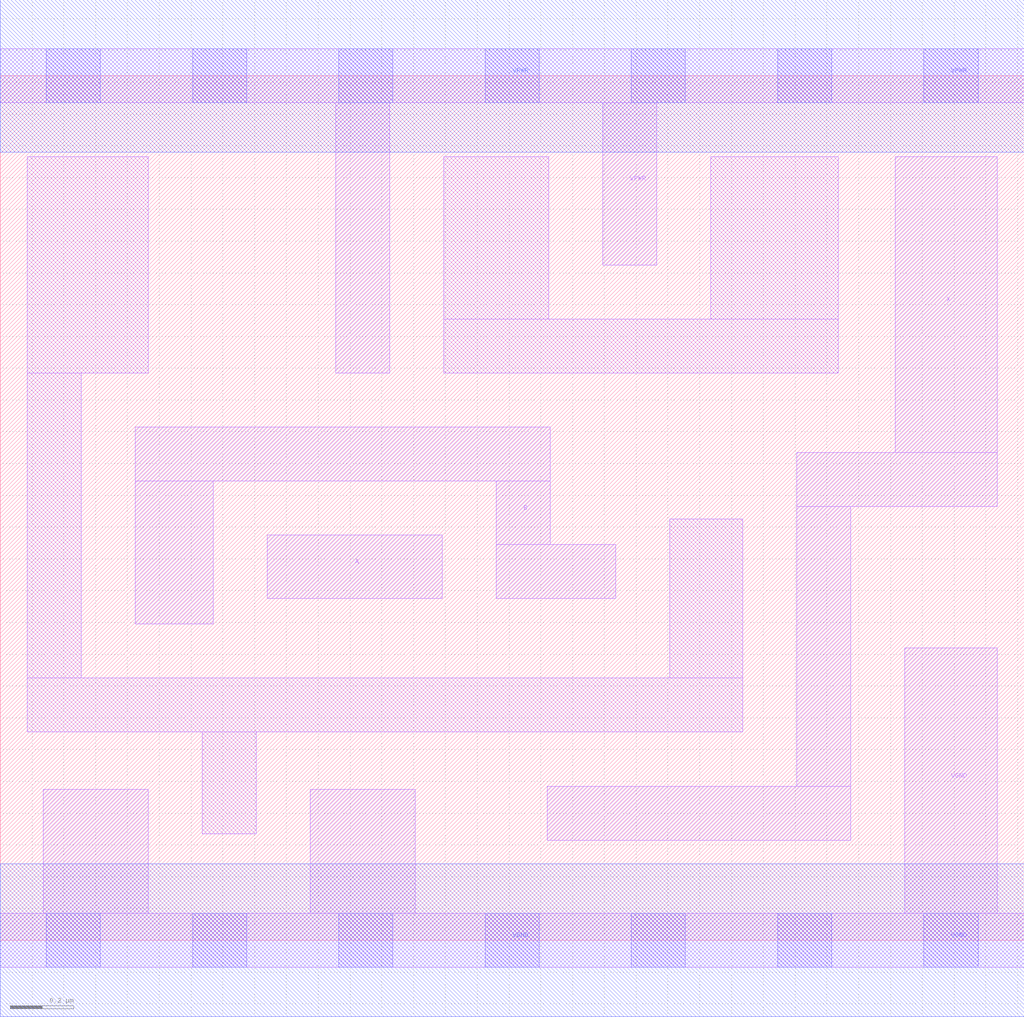
<source format=lef>
# Copyright 2020 The SkyWater PDK Authors
#
# Licensed under the Apache License, Version 2.0 (the "License");
# you may not use this file except in compliance with the License.
# You may obtain a copy of the License at
#
#     https://www.apache.org/licenses/LICENSE-2.0
#
# Unless required by applicable law or agreed to in writing, software
# distributed under the License is distributed on an "AS IS" BASIS,
# WITHOUT WARRANTIES OR CONDITIONS OF ANY KIND, either express or implied.
# See the License for the specific language governing permissions and
# limitations under the License.
#
# SPDX-License-Identifier: Apache-2.0

VERSION 5.7 ;
  NAMESCASESENSITIVE ON ;
  NOWIREEXTENSIONATPIN ON ;
  DIVIDERCHAR "/" ;
  BUSBITCHARS "[]" ;
UNITS
  DATABASE MICRONS 200 ;
END UNITS
MACRO sky130_fd_sc_hd__xor2_1
  CLASS CORE ;
  SOURCE USER ;
  FOREIGN sky130_fd_sc_hd__xor2_1 ;
  ORIGIN  0.000000  0.000000 ;
  SIZE  3.220000 BY  2.720000 ;
  SYMMETRY X Y R90 ;
  SITE unithd ;
  PIN A
    ANTENNAGATEAREA  0.495000 ;
    DIRECTION INPUT ;
    USE SIGNAL ;
    PORT
      LAYER li1 ;
        RECT 0.840000 1.075000 1.390000 1.275000 ;
    END
  END A
  PIN B
    ANTENNAGATEAREA  0.495000 ;
    DIRECTION INPUT ;
    USE SIGNAL ;
    PORT
      LAYER li1 ;
        RECT 0.425000 0.995000 0.670000 1.445000 ;
        RECT 0.425000 1.445000 1.730000 1.615000 ;
        RECT 1.560000 1.075000 1.935000 1.245000 ;
        RECT 1.560000 1.245000 1.730000 1.445000 ;
    END
  END B
  PIN X
    ANTENNADIFFAREA  0.800500 ;
    DIRECTION OUTPUT ;
    USE SIGNAL ;
    PORT
      LAYER li1 ;
        RECT 1.720000 0.315000 2.675000 0.485000 ;
        RECT 2.505000 0.485000 2.675000 1.365000 ;
        RECT 2.505000 1.365000 3.135000 1.535000 ;
        RECT 2.815000 1.535000 3.135000 2.465000 ;
    END
  END X
  PIN VGND
    DIRECTION INOUT ;
    SHAPE ABUTMENT ;
    USE GROUND ;
    PORT
      LAYER li1 ;
        RECT 0.000000 -0.085000 3.220000 0.085000 ;
        RECT 0.135000  0.085000 0.465000 0.475000 ;
        RECT 0.975000  0.085000 1.305000 0.475000 ;
        RECT 2.845000  0.085000 3.135000 0.920000 ;
      LAYER mcon ;
        RECT 0.145000 -0.085000 0.315000 0.085000 ;
        RECT 0.605000 -0.085000 0.775000 0.085000 ;
        RECT 1.065000 -0.085000 1.235000 0.085000 ;
        RECT 1.525000 -0.085000 1.695000 0.085000 ;
        RECT 1.985000 -0.085000 2.155000 0.085000 ;
        RECT 2.445000 -0.085000 2.615000 0.085000 ;
        RECT 2.905000 -0.085000 3.075000 0.085000 ;
      LAYER met1 ;
        RECT 0.000000 -0.240000 3.220000 0.240000 ;
    END
  END VGND
  PIN VPWR
    DIRECTION INOUT ;
    SHAPE ABUTMENT ;
    USE POWER ;
    PORT
      LAYER li1 ;
        RECT 0.000000 2.635000 3.220000 2.805000 ;
        RECT 1.055000 1.785000 1.225000 2.635000 ;
        RECT 1.895000 2.125000 2.065000 2.635000 ;
      LAYER mcon ;
        RECT 0.145000 2.635000 0.315000 2.805000 ;
        RECT 0.605000 2.635000 0.775000 2.805000 ;
        RECT 1.065000 2.635000 1.235000 2.805000 ;
        RECT 1.525000 2.635000 1.695000 2.805000 ;
        RECT 1.985000 2.635000 2.155000 2.805000 ;
        RECT 2.445000 2.635000 2.615000 2.805000 ;
        RECT 2.905000 2.635000 3.075000 2.805000 ;
      LAYER met1 ;
        RECT 0.000000 2.480000 3.220000 2.960000 ;
    END
  END VPWR
  OBS
    LAYER li1 ;
      RECT 0.085000 0.655000 2.335000 0.825000 ;
      RECT 0.085000 0.825000 0.255000 1.785000 ;
      RECT 0.085000 1.785000 0.465000 2.465000 ;
      RECT 0.635000 0.335000 0.805000 0.655000 ;
      RECT 1.395000 1.785000 2.635000 1.955000 ;
      RECT 1.395000 1.955000 1.725000 2.465000 ;
      RECT 2.105000 0.825000 2.335000 1.325000 ;
      RECT 2.235000 1.955000 2.635000 2.465000 ;
  END
END sky130_fd_sc_hd__xor2_1

</source>
